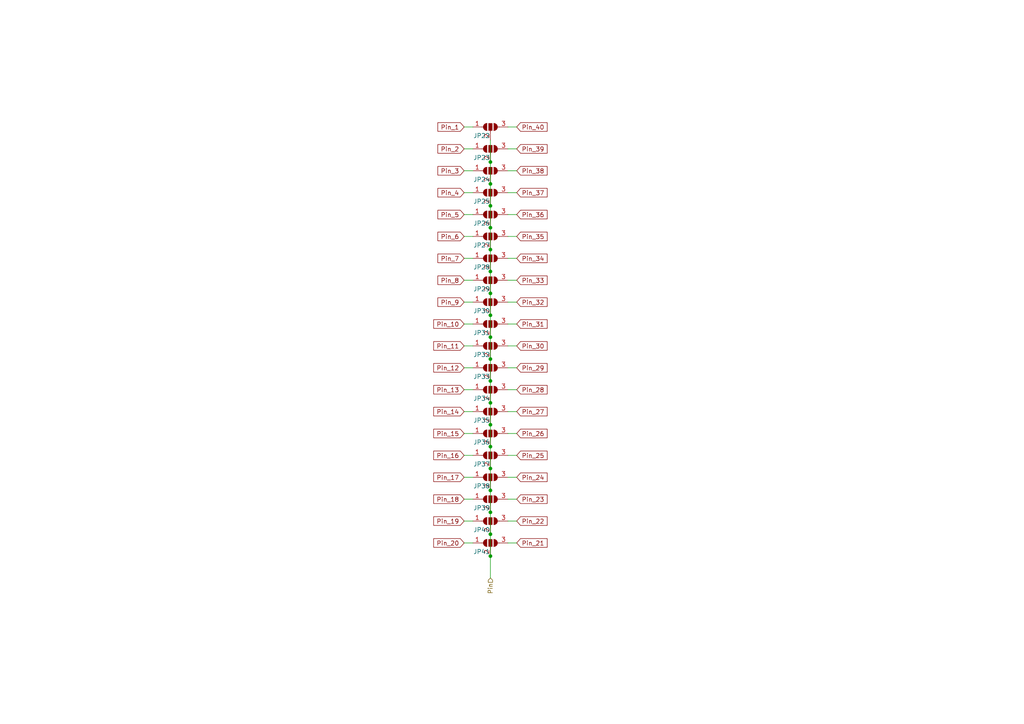
<source format=kicad_sch>
(kicad_sch (version 20221206) (generator eeschema)
  (paper "A4")
  (lib_symbols
    (symbol "Jumper:SolderJumper_3_Open" (pin_names (offset 0) hide)
      (property "Reference" "JP" (at -2.54 -2.54 0))
      (property "Value" "SolderJumper_3_Open" (at 0 2.794 0))
      (symbol "SolderJumper_3_Open_0_1"
        (arc (start -1.016 1.016) (mid -2.0276 0) (end -1.016 -1.016))
        (arc (start -1.016 1.016) (mid -2.0276 0) (end -1.016 -1.016) (fill (type outline)))
        (rectangle (start -0.508 1.016) (end 0.508 -1.016) (fill (type outline)))
        (polyline (pts (xy -2.54 0) (xy -2.032 0)))
        (polyline (pts (xy -1.016 1.016) (xy -1.016 -1.016)))
        (polyline (pts (xy 0 -1.27) (xy 0 -1.016)))
        (polyline (pts (xy 1.016 1.016) (xy 1.016 -1.016)))
        (polyline (pts (xy 2.54 0) (xy 2.032 0)))
        (arc (start 1.016 -1.016) (mid 2.0276 0) (end 1.016 1.016))
        (arc (start 1.016 -1.016) (mid 2.0276 0) (end 1.016 1.016) (fill (type outline)))
      )
      (symbol "SolderJumper_3_Open_1_1"
        (pin passive line (at -5.08 0 0) (length 2.54) (name "A") (number "1"))
        (pin passive line (at 0 -3.81 90) (length 2.54) (name "C") (number "2"))
        (pin passive line (at 5.08 0 180) (length 2.54) (name "B") (number "3"))
      )
    )
  )
  (junction (at 142.24 104.14))
  (junction (at 142.24 46.99))
  (junction (at 142.24 53.34))
  (junction (at 142.24 129.54))
  (junction (at 142.24 59.69))
  (junction (at 142.24 161.29))
  (junction (at 142.24 154.94))
  (junction (at 142.24 97.79))
  (junction (at 142.24 72.39))
  (junction (at 142.24 85.09))
  (junction (at 142.24 78.74))
  (junction (at 142.24 66.04))
  (junction (at 142.24 135.89))
  (junction (at 142.24 91.44))
  (junction (at 142.24 116.84))
  (junction (at 142.24 148.59))
  (junction (at 142.24 142.24))
  (junction (at 142.24 123.19))
  (junction (at 142.24 110.49))
  (wire (pts (xy 142.24 72.39) (xy 142.24 78.74)))
  (wire (pts (xy 142.24 46.99) (xy 142.24 53.34)))
  (wire (pts (xy 147.32 55.88) (xy 149.86 55.88)))
  (wire (pts (xy 134.62 49.53) (xy 137.16 49.53)))
  (wire (pts (xy 142.24 116.84) (xy 142.24 123.19)))
  (wire (pts (xy 142.24 148.59) (xy 142.24 154.94)))
  (wire (pts (xy 147.32 125.73) (xy 149.86 125.73)))
  (wire (pts (xy 134.62 93.98) (xy 137.16 93.98)))
  (wire (pts (xy 147.32 144.78) (xy 149.86 144.78)))
  (wire (pts (xy 134.62 151.13) (xy 137.16 151.13)))
  (wire (pts (xy 134.62 125.73) (xy 137.16 125.73)))
  (wire (pts (xy 142.24 135.89) (xy 142.24 142.24)))
  (wire (pts (xy 142.24 53.34) (xy 142.24 59.69)))
  (wire (pts (xy 134.62 119.38) (xy 137.16 119.38)))
  (wire (pts (xy 147.32 132.08) (xy 149.86 132.08)))
  (wire (pts (xy 147.32 68.58) (xy 149.86 68.58)))
  (wire (pts (xy 134.62 138.43) (xy 137.16 138.43)))
  (wire (pts (xy 147.32 49.53) (xy 149.86 49.53)))
  (wire (pts (xy 134.62 68.58) (xy 137.16 68.58)))
  (wire (pts (xy 147.32 87.63) (xy 149.86 87.63)))
  (wire (pts (xy 142.24 104.14) (xy 142.24 110.49)))
  (wire (pts (xy 134.62 62.23) (xy 137.16 62.23)))
  (wire (pts (xy 142.24 97.79) (xy 142.24 104.14)))
  (wire (pts (xy 147.32 151.13) (xy 149.86 151.13)))
  (wire (pts (xy 142.24 161.29) (xy 142.24 167.64)))
  (wire (pts (xy 142.24 129.54) (xy 142.24 135.89)))
  (wire (pts (xy 142.24 154.94) (xy 142.24 161.29)))
  (wire (pts (xy 147.32 119.38) (xy 149.86 119.38)))
  (wire (pts (xy 134.62 55.88) (xy 137.16 55.88)))
  (wire (pts (xy 147.32 157.48) (xy 149.86 157.48)))
  (wire (pts (xy 134.62 157.48) (xy 137.16 157.48)))
  (wire (pts (xy 147.32 113.03) (xy 149.86 113.03)))
  (wire (pts (xy 142.24 142.24) (xy 142.24 148.59)))
  (wire (pts (xy 142.24 40.64) (xy 142.24 46.99)))
  (wire (pts (xy 134.62 87.63) (xy 137.16 87.63)))
  (wire (pts (xy 134.62 106.68) (xy 137.16 106.68)))
  (wire (pts (xy 142.24 123.19) (xy 142.24 129.54)))
  (wire (pts (xy 147.32 36.83) (xy 149.86 36.83)))
  (wire (pts (xy 147.32 74.93) (xy 149.86 74.93)))
  (wire (pts (xy 142.24 59.69) (xy 142.24 66.04)))
  (wire (pts (xy 142.24 91.44) (xy 142.24 97.79)))
  (wire (pts (xy 134.62 81.28) (xy 137.16 81.28)))
  (wire (pts (xy 134.62 100.33) (xy 137.16 100.33)))
  (wire (pts (xy 142.24 110.49) (xy 142.24 116.84)))
  (wire (pts (xy 147.32 43.18) (xy 149.86 43.18)))
  (wire (pts (xy 142.24 78.74) (xy 142.24 85.09)))
  (wire (pts (xy 142.24 66.04) (xy 142.24 72.39)))
  (wire (pts (xy 134.62 144.78) (xy 137.16 144.78)))
  (wire (pts (xy 147.32 138.43) (xy 149.86 138.43)))
  (wire (pts (xy 147.32 62.23) (xy 149.86 62.23)))
  (wire (pts (xy 147.32 81.28) (xy 149.86 81.28)))
  (wire (pts (xy 134.62 43.18) (xy 137.16 43.18)))
  (wire (pts (xy 147.32 100.33) (xy 149.86 100.33)))
  (wire (pts (xy 147.32 93.98) (xy 149.86 93.98)))
  (wire (pts (xy 134.62 132.08) (xy 137.16 132.08)))
  (wire (pts (xy 142.24 85.09) (xy 142.24 91.44)))
  (wire (pts (xy 134.62 113.03) (xy 137.16 113.03)))
  (wire (pts (xy 134.62 74.93) (xy 137.16 74.93)))
  (wire (pts (xy 134.62 36.83) (xy 137.16 36.83)))
  (wire (pts (xy 147.32 106.68) (xy 149.86 106.68)))
  (global_label "Pin_33" (shape input) (at 149.86 81.28 0) (property "Intersheetrefs" "${INTERSHEET_REFS}" (effects hide)))
  (global_label "Pin_6" (shape input) (at 134.62 68.58 180) (property "Intersheetrefs" "${INTERSHEET_REFS}" (effects hide)))
  (global_label "Pin_24" (shape input) (at 149.86 138.43 0) (property "Intersheetrefs" "${INTERSHEET_REFS}" (effects hide)))
  (global_label "Pin_3" (shape input) (at 134.62 49.53 180) (property "Intersheetrefs" "${INTERSHEET_REFS}" (effects hide)))
  (global_label "Pin_2" (shape input) (at 134.62 43.18 180) (property "Intersheetrefs" "${INTERSHEET_REFS}" (effects hide)))
  (global_label "Pin_14" (shape input) (at 134.62 119.38 180) (property "Intersheetrefs" "${INTERSHEET_REFS}" (effects hide)))
  (global_label "Pin_28" (shape input) (at 149.86 113.03 0) (property "Intersheetrefs" "${INTERSHEET_REFS}" (effects hide)))
  (global_label "Pin_1" (shape input) (at 134.62 36.83 180) (property "Intersheetrefs" "${INTERSHEET_REFS}" (effects hide)))
  (global_label "Pin_5" (shape input) (at 134.62 62.23 180) (property "Intersheetrefs" "${INTERSHEET_REFS}" (effects hide)))
  (global_label "Pin_10" (shape input) (at 134.62 93.98 180) (property "Intersheetrefs" "${INTERSHEET_REFS}" (effects hide)))
  (global_label "Pin_27" (shape input) (at 149.86 119.38 0) (property "Intersheetrefs" "${INTERSHEET_REFS}" (effects hide)))
  (global_label "Pin_19" (shape input) (at 134.62 151.13 180) (property "Intersheetrefs" "${INTERSHEET_REFS}" (effects hide)))
  (global_label "Pin_36" (shape input) (at 149.86 62.23 0) (property "Intersheetrefs" "${INTERSHEET_REFS}" (effects hide)))
  (global_label "Pin_21" (shape input) (at 149.86 157.48 0) (property "Intersheetrefs" "${INTERSHEET_REFS}" (effects hide)))
  (global_label "Pin_35" (shape input) (at 149.86 68.58 0) (property "Intersheetrefs" "${INTERSHEET_REFS}" (effects hide)))
  (global_label "Pin_29" (shape input) (at 149.86 106.68 0) (property "Intersheetrefs" "${INTERSHEET_REFS}" (effects hide)))
  (global_label "Pin_23" (shape input) (at 149.86 144.78 0) (property "Intersheetrefs" "${INTERSHEET_REFS}" (effects hide)))
  (global_label "Pin_25" (shape input) (at 149.86 132.08 0) (property "Intersheetrefs" "${INTERSHEET_REFS}" (effects hide)))
  (global_label "Pin_37" (shape input) (at 149.86 55.88 0) (property "Intersheetrefs" "${INTERSHEET_REFS}" (effects hide)))
  (global_label "Pin_38" (shape input) (at 149.86 49.53 0) (property "Intersheetrefs" "${INTERSHEET_REFS}" (effects hide)))
  (global_label "Pin_13" (shape input) (at 134.62 113.03 180) (property "Intersheetrefs" "${INTERSHEET_REFS}" (effects hide)))
  (global_label "Pin_20" (shape input) (at 134.62 157.48 180) (property "Intersheetrefs" "${INTERSHEET_REFS}" (effects hide)))
  (global_label "Pin_17" (shape input) (at 134.62 138.43 180) (property "Intersheetrefs" "${INTERSHEET_REFS}" (effects hide)))
  (global_label "Pin_8" (shape input) (at 134.62 81.28 180) (property "Intersheetrefs" "${INTERSHEET_REFS}" (effects hide)))
  (global_label "Pin_16" (shape input) (at 134.62 132.08 180) (property "Intersheetrefs" "${INTERSHEET_REFS}" (effects hide)))
  (global_label "Pin_26" (shape input) (at 149.86 125.73 0) (property "Intersheetrefs" "${INTERSHEET_REFS}" (effects hide)))
  (global_label "Pin_11" (shape input) (at 134.62 100.33 180) (property "Intersheetrefs" "${INTERSHEET_REFS}" (effects hide)))
  (global_label "Pin_40" (shape input) (at 149.86 36.83 0) (property "Intersheetrefs" "${INTERSHEET_REFS}" (effects hide)))
  (global_label "Pin_31" (shape input) (at 149.86 93.98 0) (property "Intersheetrefs" "${INTERSHEET_REFS}" (effects hide)))
  (global_label "Pin_4" (shape input) (at 134.62 55.88 180) (property "Intersheetrefs" "${INTERSHEET_REFS}" (effects hide)))
  (global_label "Pin_39" (shape input) (at 149.86 43.18 0) (property "Intersheetrefs" "${INTERSHEET_REFS}" (effects hide)))
  (global_label "Pin_34" (shape input) (at 149.86 74.93 0) (property "Intersheetrefs" "${INTERSHEET_REFS}" (effects hide)))
  (global_label "Pin_12" (shape input) (at 134.62 106.68 180) (property "Intersheetrefs" "${INTERSHEET_REFS}" (effects hide)))
  (global_label "Pin_7" (shape input) (at 134.62 74.93 180) (property "Intersheetrefs" "${INTERSHEET_REFS}" (effects hide)))
  (global_label "Pin_15" (shape input) (at 134.62 125.73 180) (property "Intersheetrefs" "${INTERSHEET_REFS}" (effects hide)))
  (global_label "Pin_18" (shape input) (at 134.62 144.78 180) (property "Intersheetrefs" "${INTERSHEET_REFS}" (effects hide)))
  (global_label "Pin_30" (shape input) (at 149.86 100.33 0) (property "Intersheetrefs" "${INTERSHEET_REFS}" (effects hide)))
  (global_label "Pin_22" (shape input) (at 149.86 151.13 0) (property "Intersheetrefs" "${INTERSHEET_REFS}" (effects hide)))
  (global_label "Pin_32" (shape input) (at 149.86 87.63 0) (property "Intersheetrefs" "${INTERSHEET_REFS}" (effects hide)))
  (global_label "Pin_9" (shape input) (at 134.62 87.63 180) (property "Intersheetrefs" "${INTERSHEET_REFS}" (effects hide)))
  (hierarchical_label "Pin" (shape input) (at 142.24 167.64 270))
  (symbol (lib_id "Jumper:SolderJumper_3_Open") (at 142.24 55.88 0) (unit 1)
    (property "Reference" "JP25" (at 139.7 58.42 0))
    (property "Value" "SolderJumper_3_Open" (effects hide))
    (property "Footprint" "Custom:SolderJumper-mini-3" (effects hide))
    (instances (project "dmd_hub" (path "" (reference "JP25") (unit 1)) (path "" (reference "JP5") (unit 1)) (path "" (reference "JP45") (unit 1)) (path "" (reference "JP65") (unit 1)) (path "" (reference "JP85") (unit 1)) (path "" (reference "JP105") (unit 1)) (path "" (reference "JP125") (unit 1)) (path "" (reference "JP145") (unit 1)) (path "" (reference "JP165") (unit 1)) (path "" (reference "JP185") (unit 1)) (path "" (reference "JP205") (unit 1)) (path "" (reference "JP225") (unit 1)) (path "" (reference "JP245") (unit 1)) (path "" (reference "JP265") (unit 1)) (path "" (reference "JP285") (unit 1)) (path "" (reference "JP305") (unit 1))) (project "multi_expansion_board3" (path "" (reference "JP6") (unit 1)) (path "" (reference "JP26") (unit 1)) (path "" (reference "JP46") (unit 1)) (path "" (reference "JP66") (unit 1)) (path "" (reference "JP86") (unit 1)) (path "" (reference "JP106") (unit 1)) (path "" (reference "JP126") (unit 1)) (path "" (reference "JP146") (unit 1)) (path "" (reference "JP166") (unit 1)) (path "" (reference "JP186") (unit 1))))
  )
  (symbol (lib_id "Jumper:SolderJumper_3_Open") (at 142.24 62.23 0) (unit 1)
    (property "Reference" "JP26" (at 139.7 64.77 0))
    (property "Value" "SolderJumper_3_Open" (effects hide))
    (property "Footprint" "Custom:SolderJumper-mini-3" (effects hide))
    (instances (project "dmd_hub" (path "" (reference "JP26") (unit 1)) (path "" (reference "JP6") (unit 1)) (path "" (reference "JP46") (unit 1)) (path "" (reference "JP66") (unit 1)) (path "" (reference "JP86") (unit 1)) (path "" (reference "JP106") (unit 1)) (path "" (reference "JP126") (unit 1)) (path "" (reference "JP146") (unit 1)) (path "" (reference "JP166") (unit 1)) (path "" (reference "JP186") (unit 1)) (path "" (reference "JP206") (unit 1)) (path "" (reference "JP226") (unit 1)) (path "" (reference "JP246") (unit 1)) (path "" (reference "JP266") (unit 1)) (path "" (reference "JP286") (unit 1)) (path "" (reference "JP306") (unit 1))) (project "multi_expansion_board3" (path "" (reference "JP7") (unit 1)) (path "" (reference "JP27") (unit 1)) (path "" (reference "JP47") (unit 1)) (path "" (reference "JP67") (unit 1)) (path "" (reference "JP87") (unit 1)) (path "" (reference "JP107") (unit 1)) (path "" (reference "JP127") (unit 1)) (path "" (reference "JP147") (unit 1)) (path "" (reference "JP167") (unit 1)) (path "" (reference "JP187") (unit 1))))
  )
  (symbol (lib_id "Jumper:SolderJumper_3_Open") (at 142.24 157.48 0) (unit 1)
    (property "Reference" "JP41" (at 139.7 160.02 0))
    (property "Value" "SolderJumper_3_Open" (effects hide))
    (property "Footprint" "Custom:SolderJumper-mini-3" (effects hide))
    (instances (project "dmd_hub" (path "" (reference "JP41") (unit 1)) (path "" (reference "JP21") (unit 1)) (path "" (reference "JP61") (unit 1)) (path "" (reference "JP81") (unit 1)) (path "" (reference "JP101") (unit 1)) (path "" (reference "JP121") (unit 1)) (path "" (reference "JP141") (unit 1)) (path "" (reference "JP161") (unit 1)) (path "" (reference "JP181") (unit 1)) (path "" (reference "JP201") (unit 1)) (path "" (reference "JP221") (unit 1)) (path "" (reference "JP241") (unit 1)) (path "" (reference "JP261") (unit 1)) (path "" (reference "JP281") (unit 1)) (path "" (reference "JP301") (unit 1)) (path "" (reference "JP321") (unit 1))) (project "multi_expansion_board3" (path "" (reference "JP22") (unit 1)) (path "" (reference "JP42") (unit 1)) (path "" (reference "JP62") (unit 1)) (path "" (reference "JP82") (unit 1)) (path "" (reference "JP102") (unit 1)) (path "" (reference "JP122") (unit 1)) (path "" (reference "JP142") (unit 1)) (path "" (reference "JP162") (unit 1)) (path "" (reference "JP182") (unit 1)) (path "" (reference "JP202") (unit 1))))
  )
  (symbol (lib_id "Jumper:SolderJumper_3_Open") (at 142.24 49.53 0) (unit 1)
    (property "Reference" "JP24" (at 139.7 52.07 0))
    (property "Value" "SolderJumper_3_Open" (effects hide))
    (property "Footprint" "Custom:SolderJumper-mini-3" (effects hide))
    (instances (project "dmd_hub" (path "" (reference "JP24") (unit 1)) (path "" (reference "JP4") (unit 1)) (path "" (reference "JP44") (unit 1)) (path "" (reference "JP64") (unit 1)) (path "" (reference "JP84") (unit 1)) (path "" (reference "JP104") (unit 1)) (path "" (reference "JP124") (unit 1)) (path "" (reference "JP144") (unit 1)) (path "" (reference "JP164") (unit 1)) (path "" (reference "JP184") (unit 1)) (path "" (reference "JP204") (unit 1)) (path "" (reference "JP224") (unit 1)) (path "" (reference "JP244") (unit 1)) (path "" (reference "JP264") (unit 1)) (path "" (reference "JP284") (unit 1)) (path "" (reference "JP304") (unit 1))) (project "multi_expansion_board3" (path "" (reference "JP5") (unit 1)) (path "" (reference "JP25") (unit 1)) (path "" (reference "JP45") (unit 1)) (path "" (reference "JP65") (unit 1)) (path "" (reference "JP85") (unit 1)) (path "" (reference "JP105") (unit 1)) (path "" (reference "JP125") (unit 1)) (path "" (reference "JP145") (unit 1)) (path "" (reference "JP165") (unit 1)) (path "" (reference "JP185") (unit 1))))
  )
  (symbol (lib_id "Jumper:SolderJumper_3_Open") (at 142.24 138.43 0) (unit 1)
    (property "Reference" "JP38" (at 139.7 140.97 0))
    (property "Value" "SolderJumper_3_Open" (effects hide))
    (property "Footprint" "Custom:SolderJumper-mini-3" (effects hide))
    (instances (project "dmd_hub" (path "" (reference "JP38") (unit 1)) (path "" (reference "JP18") (unit 1)) (path "" (reference "JP58") (unit 1)) (path "" (reference "JP78") (unit 1)) (path "" (reference "JP98") (unit 1)) (path "" (reference "JP118") (unit 1)) (path "" (reference "JP138") (unit 1)) (path "" (reference "JP158") (unit 1)) (path "" (reference "JP178") (unit 1)) (path "" (reference "JP198") (unit 1)) (path "" (reference "JP218") (unit 1)) (path "" (reference "JP238") (unit 1)) (path "" (reference "JP258") (unit 1)) (path "" (reference "JP278") (unit 1)) (path "" (reference "JP298") (unit 1)) (path "" (reference "JP318") (unit 1))) (project "multi_expansion_board3" (path "" (reference "JP19") (unit 1)) (path "" (reference "JP39") (unit 1)) (path "" (reference "JP59") (unit 1)) (path "" (reference "JP79") (unit 1)) (path "" (reference "JP99") (unit 1)) (path "" (reference "JP119") (unit 1)) (path "" (reference "JP139") (unit 1)) (path "" (reference "JP159") (unit 1)) (path "" (reference "JP179") (unit 1)) (path "" (reference "JP199") (unit 1))))
  )
  (symbol (lib_id "Jumper:SolderJumper_3_Open") (at 142.24 93.98 0) (unit 1)
    (property "Reference" "JP31" (at 139.7 96.52 0))
    (property "Value" "SolderJumper_3_Open" (effects hide))
    (property "Footprint" "Custom:SolderJumper-mini-3" (effects hide))
    (instances (project "dmd_hub" (path "" (reference "JP31") (unit 1)) (path "" (reference "JP11") (unit 1)) (path "" (reference "JP51") (unit 1)) (path "" (reference "JP71") (unit 1)) (path "" (reference "JP91") (unit 1)) (path "" (reference "JP111") (unit 1)) (path "" (reference "JP131") (unit 1)) (path "" (reference "JP151") (unit 1)) (path "" (reference "JP171") (unit 1)) (path "" (reference "JP191") (unit 1)) (path "" (reference "JP211") (unit 1)) (path "" (reference "JP231") (unit 1)) (path "" (reference "JP251") (unit 1)) (path "" (reference "JP271") (unit 1)) (path "" (reference "JP291") (unit 1)) (path "" (reference "JP311") (unit 1))) (project "multi_expansion_board3" (path "" (reference "JP12") (unit 1)) (path "" (reference "JP32") (unit 1)) (path "" (reference "JP52") (unit 1)) (path "" (reference "JP72") (unit 1)) (path "" (reference "JP92") (unit 1)) (path "" (reference "JP112") (unit 1)) (path "" (reference "JP132") (unit 1)) (path "" (reference "JP152") (unit 1)) (path "" (reference "JP172") (unit 1)) (path "" (reference "JP192") (unit 1))))
  )
  (symbol (lib_id "Jumper:SolderJumper_3_Open") (at 142.24 132.08 0) (unit 1)
    (property "Reference" "JP37" (at 139.7 134.62 0))
    (property "Value" "SolderJumper_3_Open" (effects hide))
    (property "Footprint" "Custom:SolderJumper-mini-3" (effects hide))
    (instances (project "dmd_hub" (path "" (reference "JP37") (unit 1)) (path "" (reference "JP17") (unit 1)) (path "" (reference "JP57") (unit 1)) (path "" (reference "JP77") (unit 1)) (path "" (reference "JP97") (unit 1)) (path "" (reference "JP117") (unit 1)) (path "" (reference "JP137") (unit 1)) (path "" (reference "JP157") (unit 1)) (path "" (reference "JP177") (unit 1)) (path "" (reference "JP197") (unit 1)) (path "" (reference "JP217") (unit 1)) (path "" (reference "JP237") (unit 1)) (path "" (reference "JP257") (unit 1)) (path "" (reference "JP277") (unit 1)) (path "" (reference "JP297") (unit 1)) (path "" (reference "JP317") (unit 1))) (project "multi_expansion_board3" (path "" (reference "JP18") (unit 1)) (path "" (reference "JP38") (unit 1)) (path "" (reference "JP58") (unit 1)) (path "" (reference "JP78") (unit 1)) (path "" (reference "JP98") (unit 1)) (path "" (reference "JP118") (unit 1)) (path "" (reference "JP138") (unit 1)) (path "" (reference "JP158") (unit 1)) (path "" (reference "JP178") (unit 1)) (path "" (reference "JP198") (unit 1))))
  )
  (symbol (lib_id "Jumper:SolderJumper_3_Open") (at 142.24 74.93 0) (unit 1)
    (property "Reference" "JP28" (at 139.7 77.47 0))
    (property "Value" "SolderJumper_3_Open" (effects hide))
    (property "Footprint" "Custom:SolderJumper-mini-3" (effects hide))
    (instances (project "dmd_hub" (path "" (reference "JP28") (unit 1)) (path "" (reference "JP8") (unit 1)) (path "" (reference "JP48") (unit 1)) (path "" (reference "JP68") (unit 1)) (path "" (reference "JP88") (unit 1)) (path "" (reference "JP108") (unit 1)) (path "" (reference "JP128") (unit 1)) (path "" (reference "JP148") (unit 1)) (path "" (reference "JP168") (unit 1)) (path "" (reference "JP188") (unit 1)) (path "" (reference "JP208") (unit 1)) (path "" (reference "JP228") (unit 1)) (path "" (reference "JP248") (unit 1)) (path "" (reference "JP268") (unit 1)) (path "" (reference "JP288") (unit 1)) (path "" (reference "JP308") (unit 1))) (project "multi_expansion_board3" (path "" (reference "JP9") (unit 1)) (path "" (reference "JP29") (unit 1)) (path "" (reference "JP49") (unit 1)) (path "" (reference "JP69") (unit 1)) (path "" (reference "JP89") (unit 1)) (path "" (reference "JP109") (unit 1)) (path "" (reference "JP129") (unit 1)) (path "" (reference "JP149") (unit 1)) (path "" (reference "JP169") (unit 1)) (path "" (reference "JP189") (unit 1))))
  )
  (symbol (lib_id "Jumper:SolderJumper_3_Open") (at 142.24 151.13 0) (unit 1)
    (property "Reference" "JP40" (at 139.7 153.67 0))
    (property "Value" "SolderJumper_3_Open" (effects hide))
    (property "Footprint" "Custom:SolderJumper-mini-3" (effects hide))
    (instances (project "dmd_hub" (path "" (reference "JP40") (unit 1)) (path "" (reference "JP20") (unit 1)) (path "" (reference "JP60") (unit 1)) (path "" (reference "JP80") (unit 1)) (path "" (reference "JP100") (unit 1)) (path "" (reference "JP120") (unit 1)) (path "" (reference "JP140") (unit 1)) (path "" (reference "JP160") (unit 1)) (path "" (reference "JP180") (unit 1)) (path "" (reference "JP200") (unit 1)) (path "" (reference "JP220") (unit 1)) (path "" (reference "JP240") (unit 1)) (path "" (reference "JP260") (unit 1)) (path "" (reference "JP280") (unit 1)) (path "" (reference "JP300") (unit 1)) (path "" (reference "JP320") (unit 1))) (project "multi_expansion_board3" (path "" (reference "JP21") (unit 1)) (path "" (reference "JP41") (unit 1)) (path "" (reference "JP61") (unit 1)) (path "" (reference "JP81") (unit 1)) (path "" (reference "JP101") (unit 1)) (path "" (reference "JP121") (unit 1)) (path "" (reference "JP141") (unit 1)) (path "" (reference "JP161") (unit 1)) (path "" (reference "JP181") (unit 1)) (path "" (reference "JP201") (unit 1))))
  )
  (symbol (lib_id "Jumper:SolderJumper_3_Open") (at 142.24 100.33 0) (unit 1)
    (property "Reference" "JP32" (at 139.7 102.87 0))
    (property "Value" "SolderJumper_3_Open" (effects hide))
    (property "Footprint" "Custom:SolderJumper-mini-3" (effects hide))
    (instances (project "dmd_hub" (path "" (reference "JP32") (unit 1)) (path "" (reference "JP12") (unit 1)) (path "" (reference "JP52") (unit 1)) (path "" (reference "JP72") (unit 1)) (path "" (reference "JP92") (unit 1)) (path "" (reference "JP112") (unit 1)) (path "" (reference "JP132") (unit 1)) (path "" (reference "JP152") (unit 1)) (path "" (reference "JP172") (unit 1)) (path "" (reference "JP192") (unit 1)) (path "" (reference "JP212") (unit 1)) (path "" (reference "JP232") (unit 1)) (path "" (reference "JP252") (unit 1)) (path "" (reference "JP272") (unit 1)) (path "" (reference "JP292") (unit 1)) (path "" (reference "JP312") (unit 1))) (project "multi_expansion_board3" (path "" (reference "JP13") (unit 1)) (path "" (reference "JP33") (unit 1)) (path "" (reference "JP53") (unit 1)) (path "" (reference "JP73") (unit 1)) (path "" (reference "JP93") (unit 1)) (path "" (reference "JP113") (unit 1)) (path "" (reference "JP133") (unit 1)) (path "" (reference "JP153") (unit 1)) (path "" (reference "JP173") (unit 1)) (path "" (reference "JP193") (unit 1))))
  )
  (symbol (lib_id "Jumper:SolderJumper_3_Open") (at 142.24 144.78 0) (unit 1)
    (property "Reference" "JP39" (at 139.7 147.32 0))
    (property "Value" "SolderJumper_3_Open" (effects hide))
    (property "Footprint" "Custom:SolderJumper-mini-3" (effects hide))
    (instances (project "dmd_hub" (path "" (reference "JP39") (unit 1)) (path "" (reference "JP19") (unit 1)) (path "" (reference "JP59") (unit 1)) (path "" (reference "JP79") (unit 1)) (path "" (reference "JP99") (unit 1)) (path "" (reference "JP119") (unit 1)) (path "" (reference "JP139") (unit 1)) (path "" (reference "JP159") (unit 1)) (path "" (reference "JP179") (unit 1)) (path "" (reference "JP199") (unit 1)) (path "" (reference "JP219") (unit 1)) (path "" (reference "JP239") (unit 1)) (path "" (reference "JP259") (unit 1)) (path "" (reference "JP279") (unit 1)) (path "" (reference "JP299") (unit 1)) (path "" (reference "JP319") (unit 1))) (project "multi_expansion_board3" (path "" (reference "JP20") (unit 1)) (path "" (reference "JP40") (unit 1)) (path "" (reference "JP60") (unit 1)) (path "" (reference "JP80") (unit 1)) (path "" (reference "JP100") (unit 1)) (path "" (reference "JP120") (unit 1)) (path "" (reference "JP140") (unit 1)) (path "" (reference "JP160") (unit 1)) (path "" (reference "JP180") (unit 1)) (path "" (reference "JP200") (unit 1))))
  )
  (symbol (lib_id "Jumper:SolderJumper_3_Open") (at 142.24 43.18 0) (unit 1)
    (property "Reference" "JP23" (at 139.7 45.72 0))
    (property "Value" "SolderJumper_3_Open" (effects hide))
    (property "Footprint" "Custom:SolderJumper-mini-3" (effects hide))
    (instances (project "dmd_hub" (path "" (reference "JP23") (unit 1)) (path "" (reference "JP3") (unit 1)) (path "" (reference "JP43") (unit 1)) (path "" (reference "JP63") (unit 1)) (path "" (reference "JP83") (unit 1)) (path "" (reference "JP103") (unit 1)) (path "" (reference "JP123") (unit 1)) (path "" (reference "JP143") (unit 1)) (path "" (reference "JP163") (unit 1)) (path "" (reference "JP183") (unit 1)) (path "" (reference "JP203") (unit 1)) (path "" (reference "JP223") (unit 1)) (path "" (reference "JP243") (unit 1)) (path "" (reference "JP263") (unit 1)) (path "" (reference "JP283") (unit 1)) (path "" (reference "JP303") (unit 1))) (project "multi_expansion_board3" (path "" (reference "JP4") (unit 1)) (path "" (reference "JP24") (unit 1)) (path "" (reference "JP44") (unit 1)) (path "" (reference "JP64") (unit 1)) (path "" (reference "JP84") (unit 1)) (path "" (reference "JP104") (unit 1)) (path "" (reference "JP124") (unit 1)) (path "" (reference "JP144") (unit 1)) (path "" (reference "JP164") (unit 1)) (path "" (reference "JP184") (unit 1))))
  )
  (symbol (lib_id "Jumper:SolderJumper_3_Open") (at 142.24 36.83 0) (unit 1)
    (property "Reference" "JP22" (at 139.7 39.37 0))
    (property "Value" "SolderJumper_3_Open" (effects hide))
    (property "Footprint" "Custom:SolderJumper-mini-3" (effects hide))
    (instances (project "dmd_hub" (path "" (reference "JP22") (unit 1)) (path "" (reference "JP2") (unit 1)) (path "" (reference "JP42") (unit 1)) (path "" (reference "JP62") (unit 1)) (path "" (reference "JP82") (unit 1)) (path "" (reference "JP102") (unit 1)) (path "" (reference "JP122") (unit 1)) (path "" (reference "JP142") (unit 1)) (path "" (reference "JP162") (unit 1)) (path "" (reference "JP182") (unit 1)) (path "" (reference "JP202") (unit 1)) (path "" (reference "JP222") (unit 1)) (path "" (reference "JP242") (unit 1)) (path "" (reference "JP262") (unit 1)) (path "" (reference "JP282") (unit 1)) (path "" (reference "JP302") (unit 1))) (project "multi_expansion_board3" (path "" (reference "JP3") (unit 1)) (path "" (reference "JP23") (unit 1)) (path "" (reference "JP43") (unit 1)) (path "" (reference "JP63") (unit 1)) (path "" (reference "JP83") (unit 1)) (path "" (reference "JP103") (unit 1)) (path "" (reference "JP123") (unit 1)) (path "" (reference "JP143") (unit 1)) (path "" (reference "JP163") (unit 1)) (path "" (reference "JP183") (unit 1))))
  )
  (symbol (lib_id "Jumper:SolderJumper_3_Open") (at 142.24 68.58 0) (unit 1)
    (property "Reference" "JP27" (at 139.7 71.12 0))
    (property "Value" "SolderJumper_3_Open" (effects hide))
    (property "Footprint" "Custom:SolderJumper-mini-3" (effects hide))
    (instances (project "dmd_hub" (path "" (reference "JP27") (unit 1)) (path "" (reference "JP7") (unit 1)) (path "" (reference "JP47") (unit 1)) (path "" (reference "JP67") (unit 1)) (path "" (reference "JP87") (unit 1)) (path "" (reference "JP107") (unit 1)) (path "" (reference "JP127") (unit 1)) (path "" (reference "JP147") (unit 1)) (path "" (reference "JP167") (unit 1)) (path "" (reference "JP187") (unit 1)) (path "" (reference "JP207") (unit 1)) (path "" (reference "JP227") (unit 1)) (path "" (reference "JP247") (unit 1)) (path "" (reference "JP267") (unit 1)) (path "" (reference "JP287") (unit 1)) (path "" (reference "JP307") (unit 1))) (project "multi_expansion_board3" (path "" (reference "JP8") (unit 1)) (path "" (reference "JP28") (unit 1)) (path "" (reference "JP48") (unit 1)) (path "" (reference "JP68") (unit 1)) (path "" (reference "JP88") (unit 1)) (path "" (reference "JP108") (unit 1)) (path "" (reference "JP128") (unit 1)) (path "" (reference "JP148") (unit 1)) (path "" (reference "JP168") (unit 1)) (path "" (reference "JP188") (unit 1))))
  )
  (symbol (lib_id "Jumper:SolderJumper_3_Open") (at 142.24 81.28 0) (unit 1)
    (property "Reference" "JP29" (at 139.7 83.82 0))
    (property "Value" "SolderJumper_3_Open" (effects hide))
    (property "Footprint" "Custom:SolderJumper-mini-3" (effects hide))
    (instances (project "dmd_hub" (path "" (reference "JP29") (unit 1)) (path "" (reference "JP9") (unit 1)) (path "" (reference "JP49") (unit 1)) (path "" (reference "JP69") (unit 1)) (path "" (reference "JP89") (unit 1)) (path "" (reference "JP109") (unit 1)) (path "" (reference "JP129") (unit 1)) (path "" (reference "JP149") (unit 1)) (path "" (reference "JP169") (unit 1)) (path "" (reference "JP189") (unit 1)) (path "" (reference "JP209") (unit 1)) (path "" (reference "JP229") (unit 1)) (path "" (reference "JP249") (unit 1)) (path "" (reference "JP269") (unit 1)) (path "" (reference "JP289") (unit 1)) (path "" (reference "JP309") (unit 1))) (project "multi_expansion_board3" (path "" (reference "JP10") (unit 1)) (path "" (reference "JP30") (unit 1)) (path "" (reference "JP50") (unit 1)) (path "" (reference "JP70") (unit 1)) (path "" (reference "JP90") (unit 1)) (path "" (reference "JP110") (unit 1)) (path "" (reference "JP130") (unit 1)) (path "" (reference "JP150") (unit 1)) (path "" (reference "JP170") (unit 1)) (path "" (reference "JP190") (unit 1))))
  )
  (symbol (lib_id "Jumper:SolderJumper_3_Open") (at 142.24 87.63 0) (unit 1)
    (property "Reference" "JP30" (at 139.7 90.17 0))
    (property "Value" "SolderJumper_3_Open" (effects hide))
    (property "Footprint" "Custom:SolderJumper-mini-3" (effects hide))
    (instances (project "dmd_hub" (path "" (reference "JP30") (unit 1)) (path "" (reference "JP10") (unit 1)) (path "" (reference "JP50") (unit 1)) (path "" (reference "JP70") (unit 1)) (path "" (reference "JP90") (unit 1)) (path "" (reference "JP110") (unit 1)) (path "" (reference "JP130") (unit 1)) (path "" (reference "JP150") (unit 1)) (path "" (reference "JP170") (unit 1)) (path "" (reference "JP190") (unit 1)) (path "" (reference "JP210") (unit 1)) (path "" (reference "JP230") (unit 1)) (path "" (reference "JP250") (unit 1)) (path "" (reference "JP270") (unit 1)) (path "" (reference "JP290") (unit 1)) (path "" (reference "JP310") (unit 1))) (project "multi_expansion_board3" (path "" (reference "JP11") (unit 1)) (path "" (reference "JP31") (unit 1)) (path "" (reference "JP51") (unit 1)) (path "" (reference "JP71") (unit 1)) (path "" (reference "JP91") (unit 1)) (path "" (reference "JP111") (unit 1)) (path "" (reference "JP131") (unit 1)) (path "" (reference "JP151") (unit 1)) (path "" (reference "JP171") (unit 1)) (path "" (reference "JP191") (unit 1))))
  )
  (symbol (lib_id "Jumper:SolderJumper_3_Open") (at 142.24 113.03 0) (unit 1)
    (property "Reference" "JP34" (at 139.7 115.57 0))
    (property "Value" "SolderJumper_3_Open" (effects hide))
    (property "Footprint" "Custom:SolderJumper-mini-3" (effects hide))
    (instances (project "dmd_hub" (path "" (reference "JP34") (unit 1)) (path "" (reference "JP14") (unit 1)) (path "" (reference "JP54") (unit 1)) (path "" (reference "JP74") (unit 1)) (path "" (reference "JP94") (unit 1)) (path "" (reference "JP114") (unit 1)) (path "" (reference "JP134") (unit 1)) (path "" (reference "JP154") (unit 1)) (path "" (reference "JP174") (unit 1)) (path "" (reference "JP194") (unit 1)) (path "" (reference "JP214") (unit 1)) (path "" (reference "JP234") (unit 1)) (path "" (reference "JP254") (unit 1)) (path "" (reference "JP274") (unit 1)) (path "" (reference "JP294") (unit 1)) (path "" (reference "JP314") (unit 1))) (project "multi_expansion_board3" (path "" (reference "JP15") (unit 1)) (path "" (reference "JP35") (unit 1)) (path "" (reference "JP55") (unit 1)) (path "" (reference "JP75") (unit 1)) (path "" (reference "JP95") (unit 1)) (path "" (reference "JP115") (unit 1)) (path "" (reference "JP135") (unit 1)) (path "" (reference "JP155") (unit 1)) (path "" (reference "JP175") (unit 1)) (path "" (reference "JP195") (unit 1))))
  )
  (symbol (lib_id "Jumper:SolderJumper_3_Open") (at 142.24 119.38 0) (unit 1)
    (property "Reference" "JP35" (at 139.7 121.92 0))
    (property "Value" "SolderJumper_3_Open" (effects hide))
    (property "Footprint" "Custom:SolderJumper-mini-3" (effects hide))
    (instances (project "dmd_hub" (path "" (reference "JP35") (unit 1)) (path "" (reference "JP15") (unit 1)) (path "" (reference "JP55") (unit 1)) (path "" (reference "JP75") (unit 1)) (path "" (reference "JP95") (unit 1)) (path "" (reference "JP115") (unit 1)) (path "" (reference "JP135") (unit 1)) (path "" (reference "JP155") (unit 1)) (path "" (reference "JP175") (unit 1)) (path "" (reference "JP195") (unit 1)) (path "" (reference "JP215") (unit 1)) (path "" (reference "JP235") (unit 1)) (path "" (reference "JP255") (unit 1)) (path "" (reference "JP275") (unit 1)) (path "" (reference "JP295") (unit 1)) (path "" (reference "JP315") (unit 1))) (project "multi_expansion_board3" (path "" (reference "JP16") (unit 1)) (path "" (reference "JP36") (unit 1)) (path "" (reference "JP56") (unit 1)) (path "" (reference "JP76") (unit 1)) (path "" (reference "JP96") (unit 1)) (path "" (reference "JP116") (unit 1)) (path "" (reference "JP136") (unit 1)) (path "" (reference "JP156") (unit 1)) (path "" (reference "JP176") (unit 1)) (path "" (reference "JP196") (unit 1))))
  )
  (symbol (lib_id "Jumper:SolderJumper_3_Open") (at 142.24 106.68 0) (unit 1)
    (property "Reference" "JP33" (at 139.7 109.22 0))
    (property "Value" "SolderJumper_3_Open" (effects hide))
    (property "Footprint" "Custom:SolderJumper-mini-3" (effects hide))
    (instances (project "dmd_hub" (path "" (reference "JP33") (unit 1)) (path "" (reference "JP13") (unit 1)) (path "" (reference "JP53") (unit 1)) (path "" (reference "JP73") (unit 1)) (path "" (reference "JP93") (unit 1)) (path "" (reference "JP113") (unit 1)) (path "" (reference "JP133") (unit 1)) (path "" (reference "JP153") (unit 1)) (path "" (reference "JP173") (unit 1)) (path "" (reference "JP193") (unit 1)) (path "" (reference "JP213") (unit 1)) (path "" (reference "JP233") (unit 1)) (path "" (reference "JP253") (unit 1)) (path "" (reference "JP273") (unit 1)) (path "" (reference "JP293") (unit 1)) (path "" (reference "JP313") (unit 1))) (project "multi_expansion_board3" (path "" (reference "JP14") (unit 1)) (path "" (reference "JP34") (unit 1)) (path "" (reference "JP54") (unit 1)) (path "" (reference "JP74") (unit 1)) (path "" (reference "JP94") (unit 1)) (path "" (reference "JP114") (unit 1)) (path "" (reference "JP134") (unit 1)) (path "" (reference "JP154") (unit 1)) (path "" (reference "JP174") (unit 1)) (path "" (reference "JP194") (unit 1))))
  )
  (symbol (lib_id "Jumper:SolderJumper_3_Open") (at 142.24 125.73 0) (unit 1)
    (property "Reference" "JP36" (at 139.7 128.27 0))
    (property "Value" "SolderJumper_3_Open" (effects hide))
    (property "Footprint" "Custom:SolderJumper-mini-3" (effects hide))
    (instances (project "dmd_hub" (path "" (reference "JP36") (unit 1)) (path "" (reference "JP16") (unit 1)) (path "" (reference "JP56") (unit 1)) (path "" (reference "JP76") (unit 1)) (path "" (reference "JP96") (unit 1)) (path "" (reference "JP116") (unit 1)) (path "" (reference "JP136") (unit 1)) (path "" (reference "JP156") (unit 1)) (path "" (reference "JP176") (unit 1)) (path "" (reference "JP196") (unit 1)) (path "" (reference "JP216") (unit 1)) (path "" (reference "JP236") (unit 1)) (path "" (reference "JP256") (unit 1)) (path "" (reference "JP276") (unit 1)) (path "" (reference "JP296") (unit 1)) (path "" (reference "JP316") (unit 1))) (project "multi_expansion_board3" (path "" (reference "JP17") (unit 1)) (path "" (reference "JP37") (unit 1)) (path "" (reference "JP57") (unit 1)) (path "" (reference "JP77") (unit 1)) (path "" (reference "JP97") (unit 1)) (path "" (reference "JP117") (unit 1)) (path "" (reference "JP137") (unit 1)) (path "" (reference "JP157") (unit 1)) (path "" (reference "JP177") (unit 1)) (path "" (reference "JP197") (unit 1))))
  )
)
</source>
